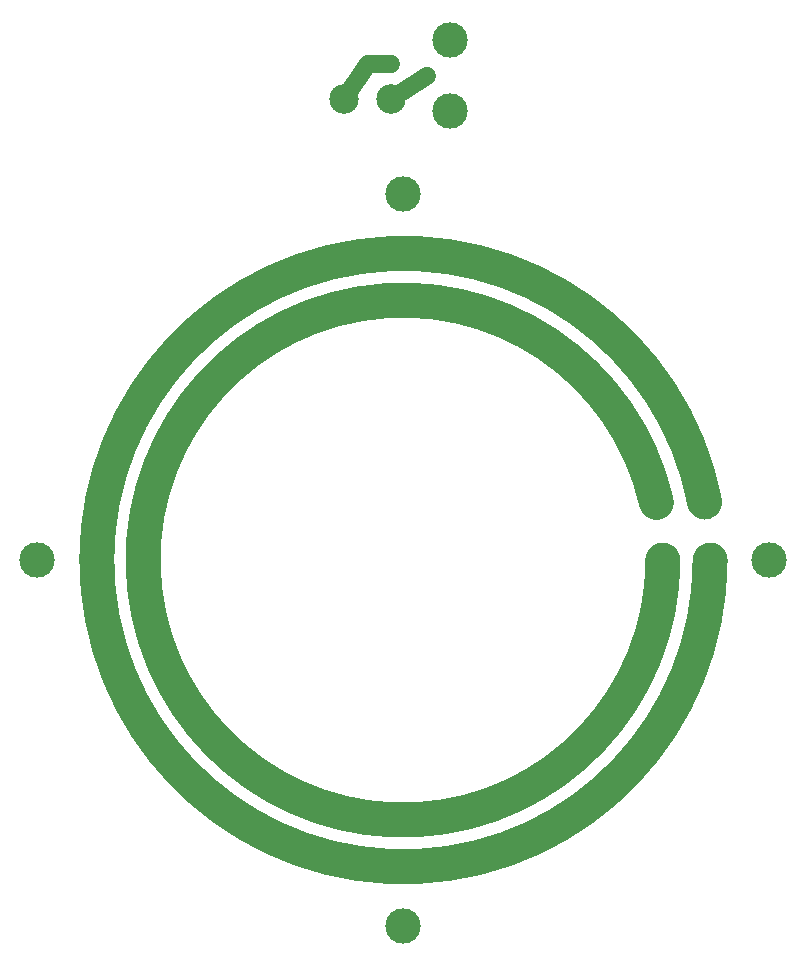
<source format=gbr>
%TF.GenerationSoftware,KiCad,Pcbnew,6.0.4-6f826c9f35~116~ubuntu20.04.1*%
%TF.CreationDate,2022-04-29T16:33:15-07:00*%
%TF.ProjectId,The_Ring_of_Power,5468655f-5269-46e6-975f-6f665f506f77,rev?*%
%TF.SameCoordinates,Original*%
%TF.FileFunction,Copper,L1,Top*%
%TF.FilePolarity,Positive*%
%FSLAX46Y46*%
G04 Gerber Fmt 4.6, Leading zero omitted, Abs format (unit mm)*
G04 Created by KiCad (PCBNEW 6.0.4-6f826c9f35~116~ubuntu20.04.1) date 2022-04-29 16:33:15*
%MOMM*%
%LPD*%
G01*
G04 APERTURE LIST*
%TA.AperFunction,NonConductor*%
%ADD10C,1.500000*%
%TD*%
%TA.AperFunction,NonConductor*%
%ADD11C,3.000000*%
%TD*%
%TA.AperFunction,ViaPad*%
%ADD12C,3.000000*%
%TD*%
%TA.AperFunction,ViaPad*%
%ADD13C,2.500000*%
%TD*%
%TA.AperFunction,ViaPad*%
%ADD14C,2.000000*%
%TD*%
G04 APERTURE END LIST*
D10*
X87000000Y-28000000D02*
X89000000Y-28000000D01*
X85000000Y-31000000D02*
X87000000Y-28000000D01*
X89000000Y-31000000D02*
X92000000Y-29000000D01*
D11*
X115532168Y-65089968D02*
G75*
G03*
X116000000Y-70000000I-25497748J-4906751D01*
G01*
X111452923Y-65124336D02*
G75*
G03*
X112000000Y-70000000I-21460223J-4876483D01*
G01*
D12*
%TO.N,*%
X94000000Y-26000000D03*
X94000000Y-32000000D03*
D13*
X89000000Y-31000000D03*
X85000000Y-31000000D03*
D12*
X90000000Y-101000000D03*
X59000000Y-70000000D03*
X90000000Y-39000000D03*
X121000000Y-70000000D03*
D14*
X116000000Y-70000000D03*
X112000000Y-70000000D03*
%TD*%
M02*

</source>
